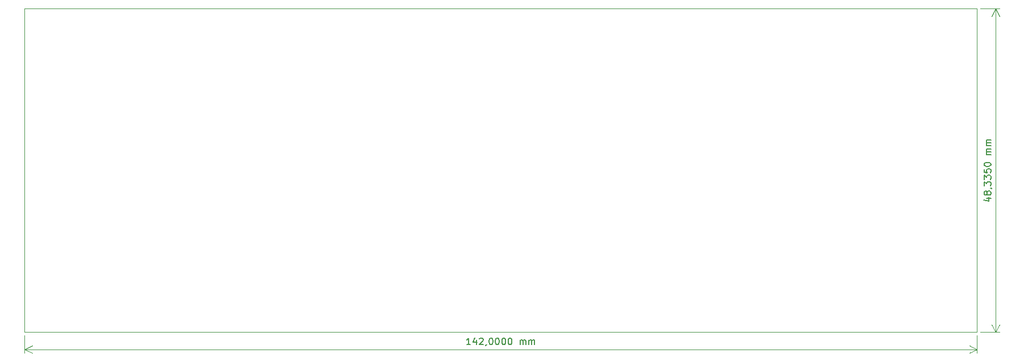
<source format=gbr>
%TF.GenerationSoftware,KiCad,Pcbnew,8.99.0-3338-g9b4c1024c9*%
%TF.CreationDate,2024-12-09T11:14:18+02:00*%
%TF.ProjectId,control_unit_v2_upper,636f6e74-726f-46c5-9f75-6e69745f7632,rev?*%
%TF.SameCoordinates,Original*%
%TF.FileFunction,Profile,NP*%
%FSLAX46Y46*%
G04 Gerber Fmt 4.6, Leading zero omitted, Abs format (unit mm)*
G04 Created by KiCad (PCBNEW 8.99.0-3338-g9b4c1024c9) date 2024-12-09 11:14:18*
%MOMM*%
%LPD*%
G01*
G04 APERTURE LIST*
%ADD10C,0.150000*%
%TA.AperFunction,Profile*%
%ADD11C,0.050000*%
%TD*%
G04 APERTURE END LIST*
D10*
X126476190Y-109384819D02*
X125904762Y-109384819D01*
X126190476Y-109384819D02*
X126190476Y-108384819D01*
X126190476Y-108384819D02*
X126095238Y-108527676D01*
X126095238Y-108527676D02*
X126000000Y-108622914D01*
X126000000Y-108622914D02*
X125904762Y-108670533D01*
X127333333Y-108718152D02*
X127333333Y-109384819D01*
X127095238Y-108337200D02*
X126857143Y-109051485D01*
X126857143Y-109051485D02*
X127476190Y-109051485D01*
X127809524Y-108480057D02*
X127857143Y-108432438D01*
X127857143Y-108432438D02*
X127952381Y-108384819D01*
X127952381Y-108384819D02*
X128190476Y-108384819D01*
X128190476Y-108384819D02*
X128285714Y-108432438D01*
X128285714Y-108432438D02*
X128333333Y-108480057D01*
X128333333Y-108480057D02*
X128380952Y-108575295D01*
X128380952Y-108575295D02*
X128380952Y-108670533D01*
X128380952Y-108670533D02*
X128333333Y-108813390D01*
X128333333Y-108813390D02*
X127761905Y-109384819D01*
X127761905Y-109384819D02*
X128380952Y-109384819D01*
X128857143Y-109337200D02*
X128857143Y-109384819D01*
X128857143Y-109384819D02*
X128809524Y-109480057D01*
X128809524Y-109480057D02*
X128761905Y-109527676D01*
X129476190Y-108384819D02*
X129571428Y-108384819D01*
X129571428Y-108384819D02*
X129666666Y-108432438D01*
X129666666Y-108432438D02*
X129714285Y-108480057D01*
X129714285Y-108480057D02*
X129761904Y-108575295D01*
X129761904Y-108575295D02*
X129809523Y-108765771D01*
X129809523Y-108765771D02*
X129809523Y-109003866D01*
X129809523Y-109003866D02*
X129761904Y-109194342D01*
X129761904Y-109194342D02*
X129714285Y-109289580D01*
X129714285Y-109289580D02*
X129666666Y-109337200D01*
X129666666Y-109337200D02*
X129571428Y-109384819D01*
X129571428Y-109384819D02*
X129476190Y-109384819D01*
X129476190Y-109384819D02*
X129380952Y-109337200D01*
X129380952Y-109337200D02*
X129333333Y-109289580D01*
X129333333Y-109289580D02*
X129285714Y-109194342D01*
X129285714Y-109194342D02*
X129238095Y-109003866D01*
X129238095Y-109003866D02*
X129238095Y-108765771D01*
X129238095Y-108765771D02*
X129285714Y-108575295D01*
X129285714Y-108575295D02*
X129333333Y-108480057D01*
X129333333Y-108480057D02*
X129380952Y-108432438D01*
X129380952Y-108432438D02*
X129476190Y-108384819D01*
X130428571Y-108384819D02*
X130523809Y-108384819D01*
X130523809Y-108384819D02*
X130619047Y-108432438D01*
X130619047Y-108432438D02*
X130666666Y-108480057D01*
X130666666Y-108480057D02*
X130714285Y-108575295D01*
X130714285Y-108575295D02*
X130761904Y-108765771D01*
X130761904Y-108765771D02*
X130761904Y-109003866D01*
X130761904Y-109003866D02*
X130714285Y-109194342D01*
X130714285Y-109194342D02*
X130666666Y-109289580D01*
X130666666Y-109289580D02*
X130619047Y-109337200D01*
X130619047Y-109337200D02*
X130523809Y-109384819D01*
X130523809Y-109384819D02*
X130428571Y-109384819D01*
X130428571Y-109384819D02*
X130333333Y-109337200D01*
X130333333Y-109337200D02*
X130285714Y-109289580D01*
X130285714Y-109289580D02*
X130238095Y-109194342D01*
X130238095Y-109194342D02*
X130190476Y-109003866D01*
X130190476Y-109003866D02*
X130190476Y-108765771D01*
X130190476Y-108765771D02*
X130238095Y-108575295D01*
X130238095Y-108575295D02*
X130285714Y-108480057D01*
X130285714Y-108480057D02*
X130333333Y-108432438D01*
X130333333Y-108432438D02*
X130428571Y-108384819D01*
X131380952Y-108384819D02*
X131476190Y-108384819D01*
X131476190Y-108384819D02*
X131571428Y-108432438D01*
X131571428Y-108432438D02*
X131619047Y-108480057D01*
X131619047Y-108480057D02*
X131666666Y-108575295D01*
X131666666Y-108575295D02*
X131714285Y-108765771D01*
X131714285Y-108765771D02*
X131714285Y-109003866D01*
X131714285Y-109003866D02*
X131666666Y-109194342D01*
X131666666Y-109194342D02*
X131619047Y-109289580D01*
X131619047Y-109289580D02*
X131571428Y-109337200D01*
X131571428Y-109337200D02*
X131476190Y-109384819D01*
X131476190Y-109384819D02*
X131380952Y-109384819D01*
X131380952Y-109384819D02*
X131285714Y-109337200D01*
X131285714Y-109337200D02*
X131238095Y-109289580D01*
X131238095Y-109289580D02*
X131190476Y-109194342D01*
X131190476Y-109194342D02*
X131142857Y-109003866D01*
X131142857Y-109003866D02*
X131142857Y-108765771D01*
X131142857Y-108765771D02*
X131190476Y-108575295D01*
X131190476Y-108575295D02*
X131238095Y-108480057D01*
X131238095Y-108480057D02*
X131285714Y-108432438D01*
X131285714Y-108432438D02*
X131380952Y-108384819D01*
X132333333Y-108384819D02*
X132428571Y-108384819D01*
X132428571Y-108384819D02*
X132523809Y-108432438D01*
X132523809Y-108432438D02*
X132571428Y-108480057D01*
X132571428Y-108480057D02*
X132619047Y-108575295D01*
X132619047Y-108575295D02*
X132666666Y-108765771D01*
X132666666Y-108765771D02*
X132666666Y-109003866D01*
X132666666Y-109003866D02*
X132619047Y-109194342D01*
X132619047Y-109194342D02*
X132571428Y-109289580D01*
X132571428Y-109289580D02*
X132523809Y-109337200D01*
X132523809Y-109337200D02*
X132428571Y-109384819D01*
X132428571Y-109384819D02*
X132333333Y-109384819D01*
X132333333Y-109384819D02*
X132238095Y-109337200D01*
X132238095Y-109337200D02*
X132190476Y-109289580D01*
X132190476Y-109289580D02*
X132142857Y-109194342D01*
X132142857Y-109194342D02*
X132095238Y-109003866D01*
X132095238Y-109003866D02*
X132095238Y-108765771D01*
X132095238Y-108765771D02*
X132142857Y-108575295D01*
X132142857Y-108575295D02*
X132190476Y-108480057D01*
X132190476Y-108480057D02*
X132238095Y-108432438D01*
X132238095Y-108432438D02*
X132333333Y-108384819D01*
X133857143Y-109384819D02*
X133857143Y-108718152D01*
X133857143Y-108813390D02*
X133904762Y-108765771D01*
X133904762Y-108765771D02*
X134000000Y-108718152D01*
X134000000Y-108718152D02*
X134142857Y-108718152D01*
X134142857Y-108718152D02*
X134238095Y-108765771D01*
X134238095Y-108765771D02*
X134285714Y-108861009D01*
X134285714Y-108861009D02*
X134285714Y-109384819D01*
X134285714Y-108861009D02*
X134333333Y-108765771D01*
X134333333Y-108765771D02*
X134428571Y-108718152D01*
X134428571Y-108718152D02*
X134571428Y-108718152D01*
X134571428Y-108718152D02*
X134666667Y-108765771D01*
X134666667Y-108765771D02*
X134714286Y-108861009D01*
X134714286Y-108861009D02*
X134714286Y-109384819D01*
X135190476Y-109384819D02*
X135190476Y-108718152D01*
X135190476Y-108813390D02*
X135238095Y-108765771D01*
X135238095Y-108765771D02*
X135333333Y-108718152D01*
X135333333Y-108718152D02*
X135476190Y-108718152D01*
X135476190Y-108718152D02*
X135571428Y-108765771D01*
X135571428Y-108765771D02*
X135619047Y-108861009D01*
X135619047Y-108861009D02*
X135619047Y-109384819D01*
X135619047Y-108861009D02*
X135666666Y-108765771D01*
X135666666Y-108765771D02*
X135761904Y-108718152D01*
X135761904Y-108718152D02*
X135904761Y-108718152D01*
X135904761Y-108718152D02*
X136000000Y-108765771D01*
X136000000Y-108765771D02*
X136047619Y-108861009D01*
X136047619Y-108861009D02*
X136047619Y-109384819D01*
D11*
X60000000Y-108020000D02*
X60000000Y-110666420D01*
X202000000Y-110666420D02*
X202000000Y-108020000D01*
X60000000Y-110080000D02*
X202000000Y-110080000D01*
X60000000Y-110080000D02*
X202000000Y-110080000D01*
X60000000Y-110080000D02*
X61126504Y-109493579D01*
X60000000Y-110080000D02*
X61126504Y-110666421D01*
X202000000Y-110080000D02*
X200873496Y-110666421D01*
X202000000Y-110080000D02*
X200873496Y-109493579D01*
X60000000Y-110080000D02*
X202000000Y-110080000D01*
X60000000Y-110080000D02*
X202000000Y-110080000D01*
X60000000Y-110080000D02*
X61126504Y-109493579D01*
X60000000Y-110080000D02*
X61126504Y-110666421D01*
X202000000Y-110080000D02*
X200873496Y-110666421D01*
X202000000Y-110080000D02*
X200873496Y-109493579D01*
D10*
X203388152Y-87495356D02*
X204054819Y-87495356D01*
X203007200Y-87733451D02*
X203721485Y-87971546D01*
X203721485Y-87971546D02*
X203721485Y-87352499D01*
X203483390Y-86828689D02*
X203435771Y-86923927D01*
X203435771Y-86923927D02*
X203388152Y-86971546D01*
X203388152Y-86971546D02*
X203292914Y-87019165D01*
X203292914Y-87019165D02*
X203245295Y-87019165D01*
X203245295Y-87019165D02*
X203150057Y-86971546D01*
X203150057Y-86971546D02*
X203102438Y-86923927D01*
X203102438Y-86923927D02*
X203054819Y-86828689D01*
X203054819Y-86828689D02*
X203054819Y-86638213D01*
X203054819Y-86638213D02*
X203102438Y-86542975D01*
X203102438Y-86542975D02*
X203150057Y-86495356D01*
X203150057Y-86495356D02*
X203245295Y-86447737D01*
X203245295Y-86447737D02*
X203292914Y-86447737D01*
X203292914Y-86447737D02*
X203388152Y-86495356D01*
X203388152Y-86495356D02*
X203435771Y-86542975D01*
X203435771Y-86542975D02*
X203483390Y-86638213D01*
X203483390Y-86638213D02*
X203483390Y-86828689D01*
X203483390Y-86828689D02*
X203531009Y-86923927D01*
X203531009Y-86923927D02*
X203578628Y-86971546D01*
X203578628Y-86971546D02*
X203673866Y-87019165D01*
X203673866Y-87019165D02*
X203864342Y-87019165D01*
X203864342Y-87019165D02*
X203959580Y-86971546D01*
X203959580Y-86971546D02*
X204007200Y-86923927D01*
X204007200Y-86923927D02*
X204054819Y-86828689D01*
X204054819Y-86828689D02*
X204054819Y-86638213D01*
X204054819Y-86638213D02*
X204007200Y-86542975D01*
X204007200Y-86542975D02*
X203959580Y-86495356D01*
X203959580Y-86495356D02*
X203864342Y-86447737D01*
X203864342Y-86447737D02*
X203673866Y-86447737D01*
X203673866Y-86447737D02*
X203578628Y-86495356D01*
X203578628Y-86495356D02*
X203531009Y-86542975D01*
X203531009Y-86542975D02*
X203483390Y-86638213D01*
X204007200Y-85971546D02*
X204054819Y-85971546D01*
X204054819Y-85971546D02*
X204150057Y-86019165D01*
X204150057Y-86019165D02*
X204197676Y-86066784D01*
X203054819Y-85638213D02*
X203054819Y-85019166D01*
X203054819Y-85019166D02*
X203435771Y-85352499D01*
X203435771Y-85352499D02*
X203435771Y-85209642D01*
X203435771Y-85209642D02*
X203483390Y-85114404D01*
X203483390Y-85114404D02*
X203531009Y-85066785D01*
X203531009Y-85066785D02*
X203626247Y-85019166D01*
X203626247Y-85019166D02*
X203864342Y-85019166D01*
X203864342Y-85019166D02*
X203959580Y-85066785D01*
X203959580Y-85066785D02*
X204007200Y-85114404D01*
X204007200Y-85114404D02*
X204054819Y-85209642D01*
X204054819Y-85209642D02*
X204054819Y-85495356D01*
X204054819Y-85495356D02*
X204007200Y-85590594D01*
X204007200Y-85590594D02*
X203959580Y-85638213D01*
X203054819Y-84685832D02*
X203054819Y-84066785D01*
X203054819Y-84066785D02*
X203435771Y-84400118D01*
X203435771Y-84400118D02*
X203435771Y-84257261D01*
X203435771Y-84257261D02*
X203483390Y-84162023D01*
X203483390Y-84162023D02*
X203531009Y-84114404D01*
X203531009Y-84114404D02*
X203626247Y-84066785D01*
X203626247Y-84066785D02*
X203864342Y-84066785D01*
X203864342Y-84066785D02*
X203959580Y-84114404D01*
X203959580Y-84114404D02*
X204007200Y-84162023D01*
X204007200Y-84162023D02*
X204054819Y-84257261D01*
X204054819Y-84257261D02*
X204054819Y-84542975D01*
X204054819Y-84542975D02*
X204007200Y-84638213D01*
X204007200Y-84638213D02*
X203959580Y-84685832D01*
X203054819Y-83162023D02*
X203054819Y-83638213D01*
X203054819Y-83638213D02*
X203531009Y-83685832D01*
X203531009Y-83685832D02*
X203483390Y-83638213D01*
X203483390Y-83638213D02*
X203435771Y-83542975D01*
X203435771Y-83542975D02*
X203435771Y-83304880D01*
X203435771Y-83304880D02*
X203483390Y-83209642D01*
X203483390Y-83209642D02*
X203531009Y-83162023D01*
X203531009Y-83162023D02*
X203626247Y-83114404D01*
X203626247Y-83114404D02*
X203864342Y-83114404D01*
X203864342Y-83114404D02*
X203959580Y-83162023D01*
X203959580Y-83162023D02*
X204007200Y-83209642D01*
X204007200Y-83209642D02*
X204054819Y-83304880D01*
X204054819Y-83304880D02*
X204054819Y-83542975D01*
X204054819Y-83542975D02*
X204007200Y-83638213D01*
X204007200Y-83638213D02*
X203959580Y-83685832D01*
X203054819Y-82495356D02*
X203054819Y-82400118D01*
X203054819Y-82400118D02*
X203102438Y-82304880D01*
X203102438Y-82304880D02*
X203150057Y-82257261D01*
X203150057Y-82257261D02*
X203245295Y-82209642D01*
X203245295Y-82209642D02*
X203435771Y-82162023D01*
X203435771Y-82162023D02*
X203673866Y-82162023D01*
X203673866Y-82162023D02*
X203864342Y-82209642D01*
X203864342Y-82209642D02*
X203959580Y-82257261D01*
X203959580Y-82257261D02*
X204007200Y-82304880D01*
X204007200Y-82304880D02*
X204054819Y-82400118D01*
X204054819Y-82400118D02*
X204054819Y-82495356D01*
X204054819Y-82495356D02*
X204007200Y-82590594D01*
X204007200Y-82590594D02*
X203959580Y-82638213D01*
X203959580Y-82638213D02*
X203864342Y-82685832D01*
X203864342Y-82685832D02*
X203673866Y-82733451D01*
X203673866Y-82733451D02*
X203435771Y-82733451D01*
X203435771Y-82733451D02*
X203245295Y-82685832D01*
X203245295Y-82685832D02*
X203150057Y-82638213D01*
X203150057Y-82638213D02*
X203102438Y-82590594D01*
X203102438Y-82590594D02*
X203054819Y-82495356D01*
X204054819Y-80971546D02*
X203388152Y-80971546D01*
X203483390Y-80971546D02*
X203435771Y-80923927D01*
X203435771Y-80923927D02*
X203388152Y-80828689D01*
X203388152Y-80828689D02*
X203388152Y-80685832D01*
X203388152Y-80685832D02*
X203435771Y-80590594D01*
X203435771Y-80590594D02*
X203531009Y-80542975D01*
X203531009Y-80542975D02*
X204054819Y-80542975D01*
X203531009Y-80542975D02*
X203435771Y-80495356D01*
X203435771Y-80495356D02*
X203388152Y-80400118D01*
X203388152Y-80400118D02*
X203388152Y-80257261D01*
X203388152Y-80257261D02*
X203435771Y-80162022D01*
X203435771Y-80162022D02*
X203531009Y-80114403D01*
X203531009Y-80114403D02*
X204054819Y-80114403D01*
X204054819Y-79638213D02*
X203388152Y-79638213D01*
X203483390Y-79638213D02*
X203435771Y-79590594D01*
X203435771Y-79590594D02*
X203388152Y-79495356D01*
X203388152Y-79495356D02*
X203388152Y-79352499D01*
X203388152Y-79352499D02*
X203435771Y-79257261D01*
X203435771Y-79257261D02*
X203531009Y-79209642D01*
X203531009Y-79209642D02*
X204054819Y-79209642D01*
X203531009Y-79209642D02*
X203435771Y-79162023D01*
X203435771Y-79162023D02*
X203388152Y-79066785D01*
X203388152Y-79066785D02*
X203388152Y-78923928D01*
X203388152Y-78923928D02*
X203435771Y-78828689D01*
X203435771Y-78828689D02*
X203531009Y-78781070D01*
X203531009Y-78781070D02*
X204054819Y-78781070D01*
D11*
X202500000Y-59185000D02*
X205336420Y-59185000D01*
X205336420Y-107520000D02*
X202500000Y-107520000D01*
X204750000Y-59185000D02*
X204750000Y-107520000D01*
X204750000Y-59185000D02*
X204750000Y-107520000D01*
X204750000Y-59185000D02*
X205336421Y-60311504D01*
X204750000Y-59185000D02*
X204163579Y-60311504D01*
X204750000Y-107520000D02*
X204163579Y-106393496D01*
X204750000Y-107520000D02*
X205336421Y-106393496D01*
X204750000Y-59185000D02*
X204750000Y-107520000D01*
X204750000Y-59185000D02*
X204750000Y-107520000D01*
X204750000Y-59185000D02*
X205336421Y-60311504D01*
X204750000Y-59185000D02*
X204163579Y-60311504D01*
X204750000Y-107520000D02*
X204163579Y-106393496D01*
X204750000Y-107520000D02*
X205336421Y-106393496D01*
X60000000Y-59185000D02*
X202000000Y-59185000D01*
X202000000Y-107520000D01*
X60000000Y-107520000D01*
X60000000Y-59185000D01*
M02*

</source>
